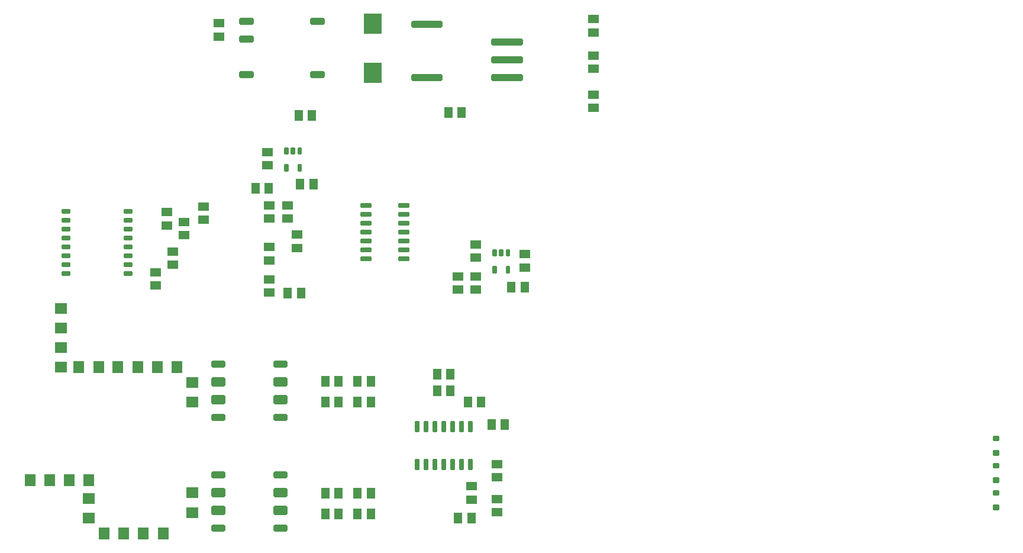
<source format=gtp>
G04 EAGLE Gerber RS-274X export*
G75*
%MOMM*%
%FSLAX34Y34*%
%LPD*%
%INSolderpaste Top*%
%IPPOS*%
%AMOC8*
5,1,8,0,0,1.08239X$1,22.5*%
G01*
%ADD10R,1.500000X1.300000*%
%ADD11R,1.300000X1.500000*%
%ADD12R,2.500000X3.000000*%
%ADD13C,0.400000*%
%ADD14R,1.803000X1.600000*%
%ADD15R,1.600000X1.803000*%
%ADD16R,1.300000X1.600000*%
%ADD17R,1.600000X1.300000*%
%ADD18C,0.300000*%
%ADD19C,0.500000*%
%ADD20C,0.495300*%
%ADD21C,0.635000*%
%ADD22C,0.508000*%
%ADD23C,0.317500*%
%ADD24C,0.304800*%


D10*
X468000Y707500D03*
X468000Y688500D03*
X934000Y897500D03*
X934000Y878500D03*
X934000Y845500D03*
X934000Y826500D03*
X934000Y789500D03*
X934000Y770500D03*
X398000Y891500D03*
X398000Y872500D03*
D11*
X531500Y760000D03*
X512500Y760000D03*
X514500Y662000D03*
X533500Y662000D03*
X816500Y514000D03*
X835500Y514000D03*
D10*
X836000Y561500D03*
X836000Y542500D03*
X308000Y535500D03*
X308000Y516500D03*
X324000Y602500D03*
X324000Y621500D03*
X332000Y565500D03*
X332000Y546500D03*
D12*
X618000Y891000D03*
X618000Y821000D03*
D11*
X745500Y764000D03*
X726500Y764000D03*
D13*
X1512500Y201500D02*
X1512500Y197500D01*
X1507500Y197500D01*
X1507500Y201500D01*
X1512500Y201500D01*
X1512500Y201300D02*
X1507500Y201300D01*
X1512500Y218500D02*
X1512500Y222500D01*
X1512500Y218500D02*
X1507500Y218500D01*
X1507500Y222500D01*
X1512500Y222500D01*
X1512500Y222300D02*
X1507500Y222300D01*
X1512500Y236500D02*
X1512500Y240500D01*
X1512500Y236500D02*
X1507500Y236500D01*
X1507500Y240500D01*
X1512500Y240500D01*
X1512500Y240300D02*
X1507500Y240300D01*
X1512500Y257500D02*
X1512500Y261500D01*
X1512500Y257500D02*
X1507500Y257500D01*
X1507500Y261500D01*
X1512500Y261500D01*
X1512500Y261300D02*
X1507500Y261300D01*
X1512500Y275500D02*
X1512500Y279500D01*
X1512500Y275500D02*
X1507500Y275500D01*
X1507500Y279500D01*
X1512500Y279500D01*
X1512500Y279300D02*
X1507500Y279300D01*
X1512500Y296500D02*
X1512500Y300500D01*
X1512500Y296500D02*
X1507500Y296500D01*
X1507500Y300500D01*
X1512500Y300500D01*
X1512500Y300300D02*
X1507500Y300300D01*
D14*
X360000Y378220D03*
X360000Y349780D03*
D15*
X183780Y238000D03*
X212220Y238000D03*
X127780Y238000D03*
X156220Y238000D03*
D14*
X360000Y191780D03*
X360000Y220220D03*
D16*
X569500Y350000D03*
X550500Y350000D03*
X569500Y380000D03*
X550500Y380000D03*
X615500Y350000D03*
X596500Y350000D03*
X596500Y380000D03*
X615500Y380000D03*
X569500Y190000D03*
X550500Y190000D03*
X569500Y220000D03*
X550500Y220000D03*
X615500Y190000D03*
X596500Y190000D03*
D15*
X309780Y400000D03*
X338220Y400000D03*
D16*
X596500Y220000D03*
X615500Y220000D03*
D17*
X470000Y612500D03*
X470000Y631500D03*
X740000Y510500D03*
X740000Y529500D03*
D16*
X469500Y656000D03*
X450500Y656000D03*
D17*
X766000Y556500D03*
X766000Y575500D03*
X496000Y612500D03*
X496000Y631500D03*
X766000Y510500D03*
X766000Y529500D03*
X376000Y610500D03*
X376000Y629500D03*
X348000Y607500D03*
X348000Y588500D03*
D15*
X253780Y400000D03*
X282220Y400000D03*
D16*
X729500Y390000D03*
X710500Y390000D03*
X729500Y366000D03*
X710500Y366000D03*
X773500Y350000D03*
X754500Y350000D03*
X788500Y318000D03*
X807500Y318000D03*
X759500Y184000D03*
X740500Y184000D03*
D17*
X796000Y211500D03*
X796000Y192500D03*
X760000Y229500D03*
X760000Y210500D03*
X796000Y242500D03*
X796000Y261500D03*
X470000Y571500D03*
X470000Y552500D03*
D15*
X197780Y400000D03*
X226220Y400000D03*
D17*
X470000Y506500D03*
X470000Y525500D03*
X510000Y589500D03*
X510000Y570500D03*
D16*
X496500Y506000D03*
X515500Y506000D03*
D14*
X172000Y428220D03*
X172000Y399780D03*
X172000Y484220D03*
X172000Y455780D03*
D15*
X289780Y162000D03*
X318220Y162000D03*
X233780Y162000D03*
X262220Y162000D03*
D14*
X212000Y212220D03*
X212000Y183780D03*
D18*
X794100Y535800D02*
X794100Y542800D01*
X794100Y535800D02*
X791100Y535800D01*
X791100Y542800D01*
X794100Y542800D01*
X794100Y538650D02*
X791100Y538650D01*
X791100Y541500D02*
X794100Y541500D01*
X794100Y559800D02*
X794100Y566800D01*
X794100Y559800D02*
X791100Y559800D01*
X791100Y566800D01*
X794100Y566800D01*
X794100Y562650D02*
X791100Y562650D01*
X791100Y565500D02*
X794100Y565500D01*
X803600Y566800D02*
X803600Y559800D01*
X800600Y559800D01*
X800600Y566800D01*
X803600Y566800D01*
X803600Y562650D02*
X800600Y562650D01*
X800600Y565500D02*
X803600Y565500D01*
X813100Y566800D02*
X813100Y559800D01*
X810100Y559800D01*
X810100Y566800D01*
X813100Y566800D01*
X813100Y562650D02*
X810100Y562650D01*
X810100Y565500D02*
X813100Y565500D01*
X813100Y542800D02*
X813100Y535800D01*
X810100Y535800D01*
X810100Y542800D01*
X813100Y542800D01*
X813100Y538650D02*
X810100Y538650D01*
X810100Y541500D02*
X813100Y541500D01*
D19*
X445200Y891600D02*
X429200Y891600D01*
X429200Y896600D01*
X445200Y896600D01*
X445200Y891600D01*
X445200Y896350D02*
X429200Y896350D01*
X429200Y866200D02*
X445200Y866200D01*
X429200Y866200D02*
X429200Y871200D01*
X445200Y871200D01*
X445200Y866200D01*
X445200Y870950D02*
X429200Y870950D01*
X429200Y815400D02*
X445200Y815400D01*
X429200Y815400D02*
X429200Y820400D01*
X445200Y820400D01*
X445200Y815400D01*
X445200Y820150D02*
X429200Y820150D01*
X530800Y891600D02*
X546800Y891600D01*
X530800Y891600D02*
X530800Y896600D01*
X546800Y896600D01*
X546800Y891600D01*
X546800Y896350D02*
X530800Y896350D01*
X530800Y815400D02*
X546800Y815400D01*
X530800Y815400D02*
X530800Y820400D01*
X546800Y820400D01*
X546800Y815400D01*
X546800Y820150D02*
X530800Y820150D01*
D18*
X496100Y688300D02*
X496100Y681300D01*
X493100Y681300D01*
X493100Y688300D01*
X496100Y688300D01*
X496100Y684150D02*
X493100Y684150D01*
X493100Y687000D02*
X496100Y687000D01*
X496100Y705300D02*
X496100Y712300D01*
X496100Y705300D02*
X493100Y705300D01*
X493100Y712300D01*
X496100Y712300D01*
X496100Y708150D02*
X493100Y708150D01*
X493100Y711000D02*
X496100Y711000D01*
X505600Y712300D02*
X505600Y705300D01*
X502600Y705300D01*
X502600Y712300D01*
X505600Y712300D01*
X505600Y708150D02*
X502600Y708150D01*
X502600Y711000D02*
X505600Y711000D01*
X515100Y712300D02*
X515100Y705300D01*
X512100Y705300D01*
X512100Y712300D01*
X515100Y712300D01*
X515100Y708150D02*
X512100Y708150D01*
X512100Y711000D02*
X515100Y711000D01*
X515100Y688300D02*
X515100Y681300D01*
X512100Y681300D01*
X512100Y688300D01*
X515100Y688300D01*
X515100Y684150D02*
X512100Y684150D01*
X512100Y687000D02*
X515100Y687000D01*
D20*
X675466Y887623D02*
X715472Y887623D01*
X675466Y887623D02*
X675466Y892577D01*
X715472Y892577D01*
X715472Y887623D01*
X715472Y892328D02*
X675466Y892328D01*
X675466Y811423D02*
X715472Y811423D01*
X675466Y811423D02*
X675466Y816377D01*
X715472Y816377D01*
X715472Y811423D01*
X715472Y816128D02*
X675466Y816128D01*
X790528Y811423D02*
X830534Y811423D01*
X790528Y811423D02*
X790528Y816377D01*
X830534Y816377D01*
X830534Y811423D01*
X830534Y816128D02*
X790528Y816128D01*
X790528Y836823D02*
X830534Y836823D01*
X790528Y836823D02*
X790528Y841777D01*
X830534Y841777D01*
X830534Y836823D01*
X830534Y841528D02*
X790528Y841528D01*
X790528Y862223D02*
X830534Y862223D01*
X790528Y862223D02*
X790528Y867177D01*
X830534Y867177D01*
X830534Y862223D01*
X830534Y866928D02*
X790528Y866928D01*
D21*
X404375Y375525D02*
X390725Y375525D01*
X390725Y381875D01*
X404375Y381875D01*
X404375Y375525D01*
X404375Y381557D02*
X390725Y381557D01*
X479625Y375525D02*
X493275Y375525D01*
X479625Y375525D02*
X479625Y381875D01*
X493275Y381875D01*
X493275Y375525D01*
X493275Y381557D02*
X479625Y381557D01*
D22*
X405010Y401560D02*
X390090Y401560D01*
X390090Y406640D01*
X405010Y406640D01*
X405010Y401560D01*
X405010Y406386D02*
X390090Y406386D01*
X478990Y401560D02*
X493910Y401560D01*
X478990Y401560D02*
X478990Y406640D01*
X493910Y406640D01*
X493910Y401560D01*
X493910Y406386D02*
X478990Y406386D01*
D21*
X479625Y350125D02*
X493275Y350125D01*
X479625Y350125D02*
X479625Y356475D01*
X493275Y356475D01*
X493275Y350125D01*
X493275Y356157D02*
X479625Y356157D01*
D22*
X478990Y325360D02*
X493910Y325360D01*
X478990Y325360D02*
X478990Y330440D01*
X493910Y330440D01*
X493910Y325360D01*
X493910Y330186D02*
X478990Y330186D01*
X405010Y325360D02*
X390090Y325360D01*
X390090Y330440D01*
X405010Y330440D01*
X405010Y325360D01*
X405010Y330186D02*
X390090Y330186D01*
D21*
X390725Y350125D02*
X404375Y350125D01*
X390725Y350125D02*
X390725Y356475D01*
X404375Y356475D01*
X404375Y350125D01*
X404375Y356157D02*
X390725Y356157D01*
X390725Y217525D02*
X404375Y217525D01*
X390725Y217525D02*
X390725Y223875D01*
X404375Y223875D01*
X404375Y217525D01*
X404375Y223557D02*
X390725Y223557D01*
X479625Y217525D02*
X493275Y217525D01*
X479625Y217525D02*
X479625Y223875D01*
X493275Y223875D01*
X493275Y217525D01*
X493275Y223557D02*
X479625Y223557D01*
D22*
X405010Y243560D02*
X390090Y243560D01*
X390090Y248640D01*
X405010Y248640D01*
X405010Y243560D01*
X405010Y248386D02*
X390090Y248386D01*
X478990Y243560D02*
X493910Y243560D01*
X478990Y243560D02*
X478990Y248640D01*
X493910Y248640D01*
X493910Y243560D01*
X493910Y248386D02*
X478990Y248386D01*
D21*
X479625Y192125D02*
X493275Y192125D01*
X479625Y192125D02*
X479625Y198475D01*
X493275Y198475D01*
X493275Y192125D01*
X493275Y198157D02*
X479625Y198157D01*
D22*
X478990Y167360D02*
X493910Y167360D01*
X478990Y167360D02*
X478990Y172440D01*
X493910Y172440D01*
X493910Y167360D01*
X493910Y172186D02*
X478990Y172186D01*
X405010Y167360D02*
X390090Y167360D01*
X390090Y172440D01*
X405010Y172440D01*
X405010Y167360D01*
X405010Y172186D02*
X390090Y172186D01*
D21*
X390725Y192125D02*
X404375Y192125D01*
X390725Y192125D02*
X390725Y198475D01*
X404375Y198475D01*
X404375Y192125D01*
X404375Y198157D02*
X390725Y198157D01*
D23*
X184313Y582762D02*
X174787Y582762D01*
X174787Y585938D01*
X184313Y585938D01*
X184313Y582762D01*
X184313Y585778D02*
X174787Y585778D01*
X174787Y570062D02*
X184313Y570062D01*
X174787Y570062D02*
X174787Y573238D01*
X184313Y573238D01*
X184313Y570062D01*
X184313Y573078D02*
X174787Y573078D01*
X174787Y595462D02*
X184313Y595462D01*
X174787Y595462D02*
X174787Y598638D01*
X184313Y598638D01*
X184313Y595462D01*
X184313Y598478D02*
X174787Y598478D01*
X174787Y608162D02*
X184313Y608162D01*
X174787Y608162D02*
X174787Y611338D01*
X184313Y611338D01*
X184313Y608162D01*
X184313Y611178D02*
X174787Y611178D01*
X174787Y620862D02*
X184313Y620862D01*
X174787Y620862D02*
X174787Y624038D01*
X184313Y624038D01*
X184313Y620862D01*
X184313Y623878D02*
X174787Y623878D01*
X174787Y557362D02*
X184313Y557362D01*
X174787Y557362D02*
X174787Y560538D01*
X184313Y560538D01*
X184313Y557362D01*
X184313Y560378D02*
X174787Y560378D01*
X174787Y544662D02*
X184313Y544662D01*
X174787Y544662D02*
X174787Y547838D01*
X184313Y547838D01*
X184313Y544662D01*
X184313Y547678D02*
X174787Y547678D01*
X174787Y531962D02*
X184313Y531962D01*
X174787Y531962D02*
X174787Y535138D01*
X184313Y535138D01*
X184313Y531962D01*
X184313Y534978D02*
X174787Y534978D01*
X263687Y531962D02*
X273213Y531962D01*
X263687Y531962D02*
X263687Y535138D01*
X273213Y535138D01*
X273213Y531962D01*
X273213Y534978D02*
X263687Y534978D01*
X263687Y544662D02*
X273213Y544662D01*
X263687Y544662D02*
X263687Y547838D01*
X273213Y547838D01*
X273213Y544662D01*
X273213Y547678D02*
X263687Y547678D01*
X263687Y557362D02*
X273213Y557362D01*
X263687Y557362D02*
X263687Y560538D01*
X273213Y560538D01*
X273213Y557362D01*
X273213Y560378D02*
X263687Y560378D01*
X263687Y570062D02*
X273213Y570062D01*
X263687Y570062D02*
X263687Y573238D01*
X273213Y573238D01*
X273213Y570062D01*
X273213Y573078D02*
X263687Y573078D01*
X263687Y582762D02*
X273213Y582762D01*
X263687Y582762D02*
X263687Y585938D01*
X273213Y585938D01*
X273213Y582762D01*
X273213Y585778D02*
X263687Y585778D01*
X263687Y595462D02*
X273213Y595462D01*
X263687Y595462D02*
X263687Y598638D01*
X273213Y598638D01*
X273213Y595462D01*
X273213Y598478D02*
X263687Y598478D01*
X263687Y608162D02*
X273213Y608162D01*
X263687Y608162D02*
X263687Y611338D01*
X273213Y611338D01*
X273213Y608162D01*
X273213Y611178D02*
X263687Y611178D01*
X263687Y620862D02*
X273213Y620862D01*
X263687Y620862D02*
X263687Y624038D01*
X273213Y624038D01*
X273213Y620862D01*
X273213Y623878D02*
X263687Y623878D01*
D24*
X602477Y629676D02*
X614923Y629676D01*
X602477Y629676D02*
X602477Y632724D01*
X614923Y632724D01*
X614923Y629676D01*
X614923Y632572D02*
X602477Y632572D01*
X602477Y616976D02*
X614923Y616976D01*
X602477Y616976D02*
X602477Y620024D01*
X614923Y620024D01*
X614923Y616976D01*
X614923Y619872D02*
X602477Y619872D01*
X602477Y604276D02*
X614923Y604276D01*
X602477Y604276D02*
X602477Y607324D01*
X614923Y607324D01*
X614923Y604276D01*
X614923Y607172D02*
X602477Y607172D01*
X602477Y591576D02*
X614923Y591576D01*
X602477Y591576D02*
X602477Y594624D01*
X614923Y594624D01*
X614923Y591576D01*
X614923Y594472D02*
X602477Y594472D01*
X602477Y578876D02*
X614923Y578876D01*
X602477Y578876D02*
X602477Y581924D01*
X614923Y581924D01*
X614923Y578876D01*
X614923Y581772D02*
X602477Y581772D01*
X602477Y566176D02*
X614923Y566176D01*
X602477Y566176D02*
X602477Y569224D01*
X614923Y569224D01*
X614923Y566176D01*
X614923Y569072D02*
X602477Y569072D01*
X602477Y553476D02*
X614923Y553476D01*
X602477Y553476D02*
X602477Y556524D01*
X614923Y556524D01*
X614923Y553476D01*
X614923Y556372D02*
X602477Y556372D01*
X656579Y629676D02*
X669025Y629676D01*
X656579Y629676D02*
X656579Y632724D01*
X669025Y632724D01*
X669025Y629676D01*
X669025Y632572D02*
X656579Y632572D01*
X656579Y616976D02*
X669025Y616976D01*
X656579Y616976D02*
X656579Y620024D01*
X669025Y620024D01*
X669025Y616976D01*
X669025Y619872D02*
X656579Y619872D01*
X656579Y604276D02*
X669025Y604276D01*
X656579Y604276D02*
X656579Y607324D01*
X669025Y607324D01*
X669025Y604276D01*
X669025Y607172D02*
X656579Y607172D01*
X656579Y591576D02*
X669025Y591576D01*
X656579Y591576D02*
X656579Y594624D01*
X669025Y594624D01*
X669025Y591576D01*
X669025Y594472D02*
X656579Y594472D01*
X656579Y578876D02*
X669025Y578876D01*
X656579Y578876D02*
X656579Y581924D01*
X669025Y581924D01*
X669025Y578876D01*
X669025Y581772D02*
X656579Y581772D01*
X656579Y566176D02*
X669025Y566176D01*
X656579Y566176D02*
X656579Y569224D01*
X669025Y569224D01*
X669025Y566176D01*
X669025Y569072D02*
X656579Y569072D01*
X656579Y553476D02*
X669025Y553476D01*
X656579Y553476D02*
X656579Y556524D01*
X669025Y556524D01*
X669025Y553476D01*
X669025Y556372D02*
X656579Y556372D01*
X756576Y321223D02*
X756576Y308777D01*
X756576Y321223D02*
X759624Y321223D01*
X759624Y308777D01*
X756576Y308777D01*
X756576Y311673D02*
X759624Y311673D01*
X759624Y314569D02*
X756576Y314569D01*
X756576Y317465D02*
X759624Y317465D01*
X759624Y320361D02*
X756576Y320361D01*
X743876Y321223D02*
X743876Y308777D01*
X743876Y321223D02*
X746924Y321223D01*
X746924Y308777D01*
X743876Y308777D01*
X743876Y311673D02*
X746924Y311673D01*
X746924Y314569D02*
X743876Y314569D01*
X743876Y317465D02*
X746924Y317465D01*
X746924Y320361D02*
X743876Y320361D01*
X731176Y321223D02*
X731176Y308777D01*
X731176Y321223D02*
X734224Y321223D01*
X734224Y308777D01*
X731176Y308777D01*
X731176Y311673D02*
X734224Y311673D01*
X734224Y314569D02*
X731176Y314569D01*
X731176Y317465D02*
X734224Y317465D01*
X734224Y320361D02*
X731176Y320361D01*
X718476Y321223D02*
X718476Y308777D01*
X718476Y321223D02*
X721524Y321223D01*
X721524Y308777D01*
X718476Y308777D01*
X718476Y311673D02*
X721524Y311673D01*
X721524Y314569D02*
X718476Y314569D01*
X718476Y317465D02*
X721524Y317465D01*
X721524Y320361D02*
X718476Y320361D01*
X705776Y321223D02*
X705776Y308777D01*
X705776Y321223D02*
X708824Y321223D01*
X708824Y308777D01*
X705776Y308777D01*
X705776Y311673D02*
X708824Y311673D01*
X708824Y314569D02*
X705776Y314569D01*
X705776Y317465D02*
X708824Y317465D01*
X708824Y320361D02*
X705776Y320361D01*
X693076Y321223D02*
X693076Y308777D01*
X693076Y321223D02*
X696124Y321223D01*
X696124Y308777D01*
X693076Y308777D01*
X693076Y311673D02*
X696124Y311673D01*
X696124Y314569D02*
X693076Y314569D01*
X693076Y317465D02*
X696124Y317465D01*
X696124Y320361D02*
X693076Y320361D01*
X680376Y321223D02*
X680376Y308777D01*
X680376Y321223D02*
X683424Y321223D01*
X683424Y308777D01*
X680376Y308777D01*
X680376Y311673D02*
X683424Y311673D01*
X683424Y314569D02*
X680376Y314569D01*
X680376Y317465D02*
X683424Y317465D01*
X683424Y320361D02*
X680376Y320361D01*
X756576Y267121D02*
X756576Y254675D01*
X756576Y267121D02*
X759624Y267121D01*
X759624Y254675D01*
X756576Y254675D01*
X756576Y257571D02*
X759624Y257571D01*
X759624Y260467D02*
X756576Y260467D01*
X756576Y263363D02*
X759624Y263363D01*
X759624Y266259D02*
X756576Y266259D01*
X743876Y267121D02*
X743876Y254675D01*
X743876Y267121D02*
X746924Y267121D01*
X746924Y254675D01*
X743876Y254675D01*
X743876Y257571D02*
X746924Y257571D01*
X746924Y260467D02*
X743876Y260467D01*
X743876Y263363D02*
X746924Y263363D01*
X746924Y266259D02*
X743876Y266259D01*
X731176Y267121D02*
X731176Y254675D01*
X731176Y267121D02*
X734224Y267121D01*
X734224Y254675D01*
X731176Y254675D01*
X731176Y257571D02*
X734224Y257571D01*
X734224Y260467D02*
X731176Y260467D01*
X731176Y263363D02*
X734224Y263363D01*
X734224Y266259D02*
X731176Y266259D01*
X718476Y267121D02*
X718476Y254675D01*
X718476Y267121D02*
X721524Y267121D01*
X721524Y254675D01*
X718476Y254675D01*
X718476Y257571D02*
X721524Y257571D01*
X721524Y260467D02*
X718476Y260467D01*
X718476Y263363D02*
X721524Y263363D01*
X721524Y266259D02*
X718476Y266259D01*
X705776Y267121D02*
X705776Y254675D01*
X705776Y267121D02*
X708824Y267121D01*
X708824Y254675D01*
X705776Y254675D01*
X705776Y257571D02*
X708824Y257571D01*
X708824Y260467D02*
X705776Y260467D01*
X705776Y263363D02*
X708824Y263363D01*
X708824Y266259D02*
X705776Y266259D01*
X693076Y267121D02*
X693076Y254675D01*
X693076Y267121D02*
X696124Y267121D01*
X696124Y254675D01*
X693076Y254675D01*
X693076Y257571D02*
X696124Y257571D01*
X696124Y260467D02*
X693076Y260467D01*
X693076Y263363D02*
X696124Y263363D01*
X696124Y266259D02*
X693076Y266259D01*
X680376Y267121D02*
X680376Y254675D01*
X680376Y267121D02*
X683424Y267121D01*
X683424Y254675D01*
X680376Y254675D01*
X680376Y257571D02*
X683424Y257571D01*
X683424Y260467D02*
X680376Y260467D01*
X680376Y263363D02*
X683424Y263363D01*
X683424Y266259D02*
X680376Y266259D01*
M02*

</source>
